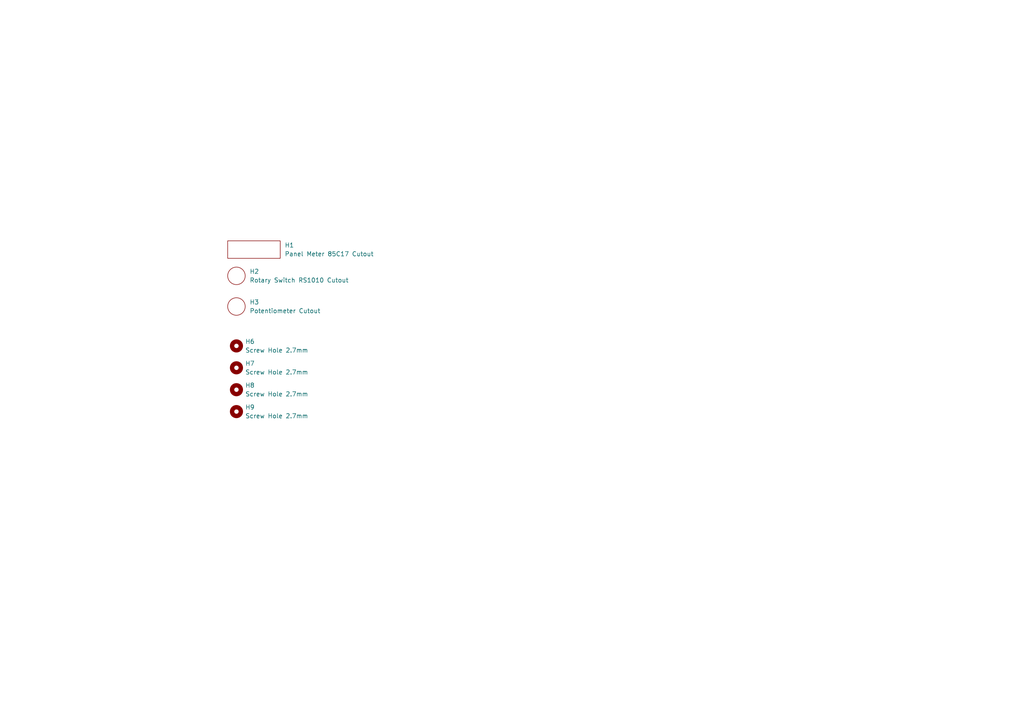
<source format=kicad_sch>
(kicad_sch
	(version 20250114)
	(generator "eeschema")
	(generator_version "9.0")
	(uuid "d41d0cf8-bfd4-41e7-a5d3-58be405ea1e0")
	(paper "A4")
	(lib_symbols
		(symbol "Mechanical:MountingHole"
			(pin_names
				(offset 1.016)
			)
			(exclude_from_sim no)
			(in_bom no)
			(on_board yes)
			(property "Reference" "H"
				(at 0 5.08 0)
				(effects
					(font
						(size 1.27 1.27)
					)
				)
			)
			(property "Value" "MountingHole"
				(at 0 3.175 0)
				(effects
					(font
						(size 1.27 1.27)
					)
				)
			)
			(property "Footprint" ""
				(at 0 0 0)
				(effects
					(font
						(size 1.27 1.27)
					)
					(hide yes)
				)
			)
			(property "Datasheet" "~"
				(at 0 0 0)
				(effects
					(font
						(size 1.27 1.27)
					)
					(hide yes)
				)
			)
			(property "Description" "Mounting Hole without connection"
				(at 0 0 0)
				(effects
					(font
						(size 1.27 1.27)
					)
					(hide yes)
				)
			)
			(property "ki_keywords" "mounting hole"
				(at 0 0 0)
				(effects
					(font
						(size 1.27 1.27)
					)
					(hide yes)
				)
			)
			(property "ki_fp_filters" "MountingHole*"
				(at 0 0 0)
				(effects
					(font
						(size 1.27 1.27)
					)
					(hide yes)
				)
			)
			(symbol "MountingHole_0_1"
				(circle
					(center 0 0)
					(radius 1.27)
					(stroke
						(width 1.27)
						(type default)
					)
					(fill
						(type none)
					)
				)
			)
			(embedded_fonts no)
		)
		(symbol "User_Global_Symbol_Library:cutout"
			(exclude_from_sim no)
			(in_bom yes)
			(on_board yes)
			(property "Reference" "H"
				(at 0 3.81 0)
				(effects
					(font
						(size 1.27 1.27)
					)
				)
			)
			(property "Value" ""
				(at 0 0 0)
				(effects
					(font
						(size 1.27 1.27)
					)
				)
			)
			(property "Footprint" ""
				(at 0 0 0)
				(effects
					(font
						(size 1.27 1.27)
					)
					(hide yes)
				)
			)
			(property "Datasheet" ""
				(at 0 0 0)
				(effects
					(font
						(size 1.27 1.27)
					)
					(hide yes)
				)
			)
			(property "Description" ""
				(at 0 0 0)
				(effects
					(font
						(size 1.27 1.27)
					)
					(hide yes)
				)
			)
			(symbol "cutout_0_1"
				(rectangle
					(start -7.62 2.54)
					(end 7.62 -2.54)
					(stroke
						(width 0)
						(type default)
					)
					(fill
						(type none)
					)
				)
			)
			(embedded_fonts no)
		)
		(symbol "User_Global_Symbol_Library:hole"
			(exclude_from_sim no)
			(in_bom yes)
			(on_board yes)
			(property "Reference" "H"
				(at 0 3.81 0)
				(effects
					(font
						(size 1.27 1.27)
					)
				)
			)
			(property "Value" ""
				(at 0 0 0)
				(effects
					(font
						(size 1.27 1.27)
					)
				)
			)
			(property "Footprint" ""
				(at 0 0 0)
				(effects
					(font
						(size 1.27 1.27)
					)
					(hide yes)
				)
			)
			(property "Datasheet" ""
				(at 0 0 0)
				(effects
					(font
						(size 1.27 1.27)
					)
					(hide yes)
				)
			)
			(property "Description" ""
				(at 0 0 0)
				(effects
					(font
						(size 1.27 1.27)
					)
					(hide yes)
				)
			)
			(symbol "hole_0_1"
				(circle
					(center 0 0)
					(radius 2.54)
					(stroke
						(width 0)
						(type default)
					)
					(fill
						(type none)
					)
				)
			)
			(embedded_fonts no)
		)
	)
	(symbol
		(lib_id "Mechanical:MountingHole")
		(at 68.58 100.33 0)
		(unit 1)
		(exclude_from_sim no)
		(in_bom no)
		(on_board yes)
		(dnp no)
		(fields_autoplaced yes)
		(uuid "1cd06aea-6901-44ea-9bf9-8a28f307d476")
		(property "Reference" "H6"
			(at 71.12 99.0599 0)
			(effects
				(font
					(size 1.27 1.27)
				)
				(justify left)
			)
		)
		(property "Value" "Screw Hole 2.7mm"
			(at 71.12 101.5999 0)
			(effects
				(font
					(size 1.27 1.27)
				)
				(justify left)
			)
		)
		(property "Footprint" "MountingHole:MountingHole_2.7mm"
			(at 68.58 100.33 0)
			(effects
				(font
					(size 1.27 1.27)
				)
				(hide yes)
			)
		)
		(property "Datasheet" "~"
			(at 68.58 100.33 0)
			(effects
				(font
					(size 1.27 1.27)
				)
				(hide yes)
			)
		)
		(property "Description" "Mounting Hole without connection"
			(at 68.58 100.33 0)
			(effects
				(font
					(size 1.27 1.27)
				)
				(hide yes)
			)
		)
		(instances
			(project "top-panel-antenna-analyzer"
				(path "/d41d0cf8-bfd4-41e7-a5d3-58be405ea1e0"
					(reference "H6")
					(unit 1)
				)
			)
		)
	)
	(symbol
		(lib_id "Mechanical:MountingHole")
		(at 68.58 106.68 0)
		(unit 1)
		(exclude_from_sim no)
		(in_bom no)
		(on_board yes)
		(dnp no)
		(fields_autoplaced yes)
		(uuid "3de0fe20-fe87-409a-84a3-d9b6dbdff858")
		(property "Reference" "H7"
			(at 71.12 105.4099 0)
			(effects
				(font
					(size 1.27 1.27)
				)
				(justify left)
			)
		)
		(property "Value" "Screw Hole 2.7mm"
			(at 71.12 107.9499 0)
			(effects
				(font
					(size 1.27 1.27)
				)
				(justify left)
			)
		)
		(property "Footprint" "MountingHole:MountingHole_2.7mm"
			(at 68.58 106.68 0)
			(effects
				(font
					(size 1.27 1.27)
				)
				(hide yes)
			)
		)
		(property "Datasheet" "~"
			(at 68.58 106.68 0)
			(effects
				(font
					(size 1.27 1.27)
				)
				(hide yes)
			)
		)
		(property "Description" "Mounting Hole without connection"
			(at 68.58 106.68 0)
			(effects
				(font
					(size 1.27 1.27)
				)
				(hide yes)
			)
		)
		(instances
			(project "top-panel-antenna-analyzer"
				(path "/d41d0cf8-bfd4-41e7-a5d3-58be405ea1e0"
					(reference "H7")
					(unit 1)
				)
			)
		)
	)
	(symbol
		(lib_id "User_Global_Symbol_Library:cutout")
		(at 73.66 72.39 0)
		(unit 1)
		(exclude_from_sim no)
		(in_bom yes)
		(on_board yes)
		(dnp no)
		(fields_autoplaced yes)
		(uuid "56842a8d-94ab-49bd-b016-46262e7804d1")
		(property "Reference" "H1"
			(at 82.55 71.1199 0)
			(effects
				(font
					(size 1.27 1.27)
				)
				(justify left)
			)
		)
		(property "Value" "Panel Meter 85C17 Cutout"
			(at 82.55 73.6599 0)
			(effects
				(font
					(size 1.27 1.27)
				)
				(justify left)
			)
		)
		(property "Footprint" "User_Global_Library:panel-meter-cutout-85C17"
			(at 73.66 72.39 0)
			(effects
				(font
					(size 1.27 1.27)
				)
				(hide yes)
			)
		)
		(property "Datasheet" ""
			(at 73.66 72.39 0)
			(effects
				(font
					(size 1.27 1.27)
				)
				(hide yes)
			)
		)
		(property "Description" ""
			(at 73.66 72.39 0)
			(effects
				(font
					(size 1.27 1.27)
				)
				(hide yes)
			)
		)
		(instances
			(project "top-panel-antenna-analyzer"
				(path "/d41d0cf8-bfd4-41e7-a5d3-58be405ea1e0"
					(reference "H1")
					(unit 1)
				)
			)
		)
	)
	(symbol
		(lib_id "Mechanical:MountingHole")
		(at 68.58 119.38 0)
		(unit 1)
		(exclude_from_sim no)
		(in_bom no)
		(on_board yes)
		(dnp no)
		(fields_autoplaced yes)
		(uuid "6381bb0c-5bb7-485a-b8fc-e1cc01fb5d82")
		(property "Reference" "H9"
			(at 71.12 118.1099 0)
			(effects
				(font
					(size 1.27 1.27)
				)
				(justify left)
			)
		)
		(property "Value" "Screw Hole 2.7mm"
			(at 71.12 120.6499 0)
			(effects
				(font
					(size 1.27 1.27)
				)
				(justify left)
			)
		)
		(property "Footprint" "MountingHole:MountingHole_2.7mm"
			(at 68.58 119.38 0)
			(effects
				(font
					(size 1.27 1.27)
				)
				(hide yes)
			)
		)
		(property "Datasheet" "~"
			(at 68.58 119.38 0)
			(effects
				(font
					(size 1.27 1.27)
				)
				(hide yes)
			)
		)
		(property "Description" "Mounting Hole without connection"
			(at 68.58 119.38 0)
			(effects
				(font
					(size 1.27 1.27)
				)
				(hide yes)
			)
		)
		(instances
			(project "top-panel-antenna-analyzer"
				(path "/d41d0cf8-bfd4-41e7-a5d3-58be405ea1e0"
					(reference "H9")
					(unit 1)
				)
			)
		)
	)
	(symbol
		(lib_id "Mechanical:MountingHole")
		(at 68.58 113.03 0)
		(unit 1)
		(exclude_from_sim no)
		(in_bom no)
		(on_board yes)
		(dnp no)
		(fields_autoplaced yes)
		(uuid "925dfd64-5a36-47c6-907a-4e3279b32224")
		(property "Reference" "H8"
			(at 71.12 111.7599 0)
			(effects
				(font
					(size 1.27 1.27)
				)
				(justify left)
			)
		)
		(property "Value" "Screw Hole 2.7mm"
			(at 71.12 114.2999 0)
			(effects
				(font
					(size 1.27 1.27)
				)
				(justify left)
			)
		)
		(property "Footprint" "MountingHole:MountingHole_2.7mm"
			(at 68.58 113.03 0)
			(effects
				(font
					(size 1.27 1.27)
				)
				(hide yes)
			)
		)
		(property "Datasheet" "~"
			(at 68.58 113.03 0)
			(effects
				(font
					(size 1.27 1.27)
				)
				(hide yes)
			)
		)
		(property "Description" "Mounting Hole without connection"
			(at 68.58 113.03 0)
			(effects
				(font
					(size 1.27 1.27)
				)
				(hide yes)
			)
		)
		(instances
			(project "top-panel-antenna-analyzer"
				(path "/d41d0cf8-bfd4-41e7-a5d3-58be405ea1e0"
					(reference "H8")
					(unit 1)
				)
			)
		)
	)
	(symbol
		(lib_id "User_Global_Symbol_Library:hole")
		(at 68.58 80.01 0)
		(unit 1)
		(exclude_from_sim no)
		(in_bom yes)
		(on_board yes)
		(dnp no)
		(fields_autoplaced yes)
		(uuid "afcf95e8-192c-4f57-bea4-9e8354fb831a")
		(property "Reference" "H2"
			(at 72.39 78.7399 0)
			(effects
				(font
					(size 1.27 1.27)
				)
				(justify left)
			)
		)
		(property "Value" "Rotary Switch RS1010 Cutout"
			(at 72.39 81.2799 0)
			(effects
				(font
					(size 1.27 1.27)
				)
				(justify left)
			)
		)
		(property "Footprint" "User_Global_Library:MountingHole_7.5mm"
			(at 68.58 80.01 0)
			(effects
				(font
					(size 1.27 1.27)
				)
				(hide yes)
			)
		)
		(property "Datasheet" ""
			(at 68.58 80.01 0)
			(effects
				(font
					(size 1.27 1.27)
				)
				(hide yes)
			)
		)
		(property "Description" ""
			(at 68.58 80.01 0)
			(effects
				(font
					(size 1.27 1.27)
				)
				(hide yes)
			)
		)
		(instances
			(project "top-panel-antenna-analyzer"
				(path "/d41d0cf8-bfd4-41e7-a5d3-58be405ea1e0"
					(reference "H2")
					(unit 1)
				)
			)
		)
	)
	(symbol
		(lib_id "User_Global_Symbol_Library:hole")
		(at 68.58 88.9 0)
		(unit 1)
		(exclude_from_sim no)
		(in_bom yes)
		(on_board yes)
		(dnp no)
		(fields_autoplaced yes)
		(uuid "ed411477-8d3b-47ff-9dff-7c0783cf17fe")
		(property "Reference" "H3"
			(at 72.39 87.6299 0)
			(effects
				(font
					(size 1.27 1.27)
				)
				(justify left)
			)
		)
		(property "Value" "Potentiometer Cutout"
			(at 72.39 90.1699 0)
			(effects
				(font
					(size 1.27 1.27)
				)
				(justify left)
			)
		)
		(property "Footprint" "User_Global_Library:MountingHole_7.5mm"
			(at 68.58 88.9 0)
			(effects
				(font
					(size 1.27 1.27)
				)
				(hide yes)
			)
		)
		(property "Datasheet" ""
			(at 68.58 88.9 0)
			(effects
				(font
					(size 1.27 1.27)
				)
				(hide yes)
			)
		)
		(property "Description" ""
			(at 68.58 88.9 0)
			(effects
				(font
					(size 1.27 1.27)
				)
				(hide yes)
			)
		)
		(instances
			(project "top-panel-antenna-analyzer"
				(path "/d41d0cf8-bfd4-41e7-a5d3-58be405ea1e0"
					(reference "H3")
					(unit 1)
				)
			)
		)
	)
	(sheet_instances
		(path "/"
			(page "1")
		)
	)
	(embedded_fonts no)
)

</source>
